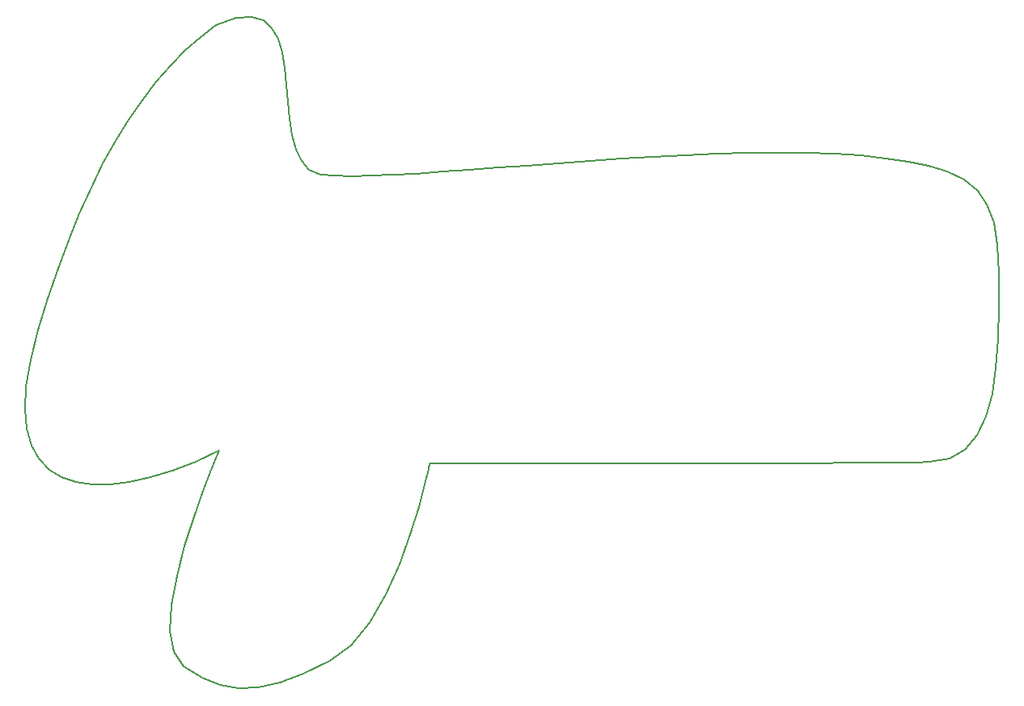
<source format=gbr>
G04 #@! TF.FileFunction,Profile,NP*
%FSLAX46Y46*%
G04 Gerber Fmt 4.6, Leading zero omitted, Abs format (unit mm)*
G04 Created by KiCad (PCBNEW 4.0.6) date Tuesday, 30 January 2018 'PMt' 23:29:37*
%MOMM*%
%LPD*%
G01*
G04 APERTURE LIST*
%ADD10C,0.100000*%
%ADD11C,0.127816*%
G04 APERTURE END LIST*
D10*
D11*
X143692253Y-91232047D02*
X144696081Y-87958595D01*
X144696081Y-87958595D02*
X145752113Y-84832226D01*
X145752113Y-84832226D02*
X146859834Y-81854327D01*
X146859834Y-81854327D02*
X148018729Y-79026286D01*
X148018729Y-79026286D02*
X149228282Y-76349490D01*
X149228282Y-76349490D02*
X150487981Y-73825326D01*
X150487981Y-73825326D02*
X151797308Y-71455182D01*
X151797308Y-71455182D02*
X153155751Y-69240444D01*
X153155751Y-69240444D02*
X154562793Y-67182501D01*
X154562793Y-67182501D02*
X156017920Y-65282739D01*
X156017920Y-65282739D02*
X157520618Y-63542546D01*
X157520618Y-63542546D02*
X159070372Y-61963310D01*
X159070372Y-61963310D02*
X160666666Y-60546416D01*
X160666666Y-60546416D02*
X162308987Y-59293253D01*
X162308987Y-59293253D02*
X164389915Y-58586181D01*
X164389915Y-58586181D02*
X166023073Y-58456978D01*
X166023073Y-58456978D02*
X167267214Y-58830134D01*
X167267214Y-58830134D02*
X168181092Y-59630140D01*
X168181092Y-59630140D02*
X168823460Y-60781485D01*
X168823460Y-60781485D02*
X169253073Y-62208661D01*
X169253073Y-62208661D02*
X169528683Y-63836156D01*
X169528683Y-63836156D02*
X169709044Y-65588461D01*
X169709044Y-65588461D02*
X169852910Y-67390067D01*
X169852910Y-67390067D02*
X170019034Y-69165463D01*
X170019034Y-69165463D02*
X170266170Y-70839140D01*
X170266170Y-70839140D02*
X170653072Y-72335587D01*
X170653072Y-72335587D02*
X171238493Y-73579296D01*
X171238493Y-73579296D02*
X172081186Y-74494756D01*
X172081186Y-74494756D02*
X173239906Y-75006457D01*
X173239906Y-75006457D02*
X174719759Y-75100128D01*
X174719759Y-75100128D02*
X176489805Y-75123000D01*
X176489805Y-75123000D02*
X178525328Y-75083449D01*
X178525328Y-75083449D02*
X180801614Y-74989848D01*
X180801614Y-74989848D02*
X183293945Y-74850574D01*
X183293945Y-74850574D02*
X185977607Y-74674000D01*
X185977607Y-74674000D02*
X188827885Y-74468502D01*
X188827885Y-74468502D02*
X191820062Y-74242454D01*
X191820062Y-74242454D02*
X194929424Y-74004232D01*
X194929424Y-74004232D02*
X198131255Y-73762210D01*
X198131255Y-73762210D02*
X201400839Y-73524763D01*
X201400839Y-73524763D02*
X204713461Y-73300266D01*
X204713461Y-73300266D02*
X208044406Y-73097095D01*
X208044406Y-73097095D02*
X211368957Y-72923623D01*
X211368957Y-72923623D02*
X214662400Y-72788225D01*
X214662400Y-72788225D02*
X217900020Y-72699278D01*
X217900020Y-72699278D02*
X221057099Y-72665154D01*
X221057099Y-72665154D02*
X224108924Y-72694230D01*
X224108924Y-72694230D02*
X227030778Y-72794880D01*
X227030778Y-72794880D02*
X229797946Y-72975480D01*
X229797946Y-72975480D02*
X232385713Y-73244403D01*
X232385713Y-73244403D02*
X234769363Y-73610025D01*
X234769363Y-73610025D02*
X236924181Y-74080721D01*
X236924181Y-74080721D02*
X238825451Y-74664865D01*
X238825451Y-74664865D02*
X240635397Y-75521072D01*
X240635397Y-75521072D02*
X242019736Y-76650119D01*
X242019736Y-76650119D02*
X243028000Y-78122091D01*
X243028000Y-78122091D02*
X243709718Y-80007072D01*
X243709718Y-80007072D02*
X244114423Y-82375146D01*
X244114423Y-82375146D02*
X244291644Y-85296396D01*
X244291644Y-85296396D02*
X244290912Y-88840907D01*
X244290912Y-88840907D02*
X244185502Y-92130057D01*
X244185502Y-92130057D02*
X243960000Y-95171021D01*
X243960000Y-95171021D02*
X243558363Y-97907755D01*
X243558363Y-97907755D02*
X242924549Y-100284216D01*
X242924549Y-100284216D02*
X242002518Y-102244364D01*
X242002518Y-102244364D02*
X240736227Y-103732154D01*
X240736227Y-103732154D02*
X239069634Y-104691545D01*
X239069634Y-104691545D02*
X236946699Y-105066495D01*
X236946699Y-105066495D02*
X235632077Y-105092070D01*
X235632077Y-105092070D02*
X233733727Y-105114955D01*
X233733727Y-105114955D02*
X231326500Y-105135301D01*
X231326500Y-105135301D02*
X228485251Y-105153255D01*
X228485251Y-105153255D02*
X225284830Y-105168969D01*
X225284830Y-105168969D02*
X221800090Y-105182590D01*
X221800090Y-105182590D02*
X218105883Y-105194270D01*
X218105883Y-105194270D02*
X214277061Y-105204156D01*
X214277061Y-105204156D02*
X210388478Y-105212399D01*
X210388478Y-105212399D02*
X206514984Y-105219147D01*
X206514984Y-105219147D02*
X202731433Y-105224551D01*
X202731433Y-105224551D02*
X199112676Y-105228760D01*
X199112676Y-105228760D02*
X195733566Y-105231922D01*
X195733566Y-105231922D02*
X192668955Y-105234189D01*
X192668955Y-105234189D02*
X189993696Y-105235708D01*
X189993696Y-105235708D02*
X187782640Y-105236629D01*
X187782640Y-105236629D02*
X186110641Y-105237102D01*
X186110641Y-105237102D02*
X185052549Y-105237276D01*
X185052549Y-105237276D02*
X184683218Y-105237301D01*
X184683218Y-105237301D02*
X184556468Y-105827940D01*
X184556468Y-105827940D02*
X184175282Y-107432108D01*
X184175282Y-107432108D02*
X183538254Y-109798178D01*
X183538254Y-109798178D02*
X182643978Y-112674527D01*
X182643978Y-112674527D02*
X181491049Y-115809530D01*
X181491049Y-115809530D02*
X180078060Y-118951561D01*
X180078060Y-118951561D02*
X178403606Y-121848996D01*
X178403606Y-121848996D02*
X176466281Y-124250210D01*
X176466281Y-124250210D02*
X174264681Y-125903578D01*
X174264681Y-125903578D02*
X171450288Y-127240564D01*
X171450288Y-127240564D02*
X168961552Y-128171226D01*
X168961552Y-128171226D02*
X166726768Y-128686601D01*
X166726768Y-128686601D02*
X164674232Y-128777725D01*
X164674232Y-128777725D02*
X162732240Y-128435636D01*
X162732240Y-128435636D02*
X160829088Y-127651370D01*
X160829088Y-127651370D02*
X158893071Y-126415965D01*
X158893071Y-126415965D02*
X157877691Y-124954637D01*
X157877691Y-124954637D02*
X157513042Y-122759570D01*
X157513042Y-122759570D02*
X157671028Y-120039820D01*
X157671028Y-120039820D02*
X158223552Y-117004439D01*
X158223552Y-117004439D02*
X159042517Y-113862481D01*
X159042517Y-113862481D02*
X159999826Y-110823001D01*
X159999826Y-110823001D02*
X160967383Y-108095052D01*
X160967383Y-108095052D02*
X161817091Y-105887689D01*
X161817091Y-105887689D02*
X162420854Y-104409965D01*
X162420854Y-104409965D02*
X162650574Y-103870933D01*
X162650574Y-103870933D02*
X160155648Y-105012572D01*
X160155648Y-105012572D02*
X157744027Y-105950550D01*
X157744027Y-105950550D02*
X155435289Y-106673321D01*
X155435289Y-106673321D02*
X153249013Y-107169339D01*
X153249013Y-107169339D02*
X151204777Y-107427058D01*
X151204777Y-107427058D02*
X149322160Y-107434933D01*
X149322160Y-107434933D02*
X147620740Y-107181416D01*
X147620740Y-107181416D02*
X146120095Y-106654961D01*
X146120095Y-106654961D02*
X144839804Y-105844024D01*
X144839804Y-105844024D02*
X143799445Y-104737056D01*
X143799445Y-104737056D02*
X143018596Y-103322513D01*
X143018596Y-103322513D02*
X142516836Y-101588848D01*
X142516836Y-101588848D02*
X142313744Y-99524515D01*
X142313744Y-99524515D02*
X142428897Y-97117968D01*
X142428897Y-97117968D02*
X142881873Y-94357661D01*
X142881873Y-94357661D02*
X143692253Y-91232047D01*
M02*

</source>
